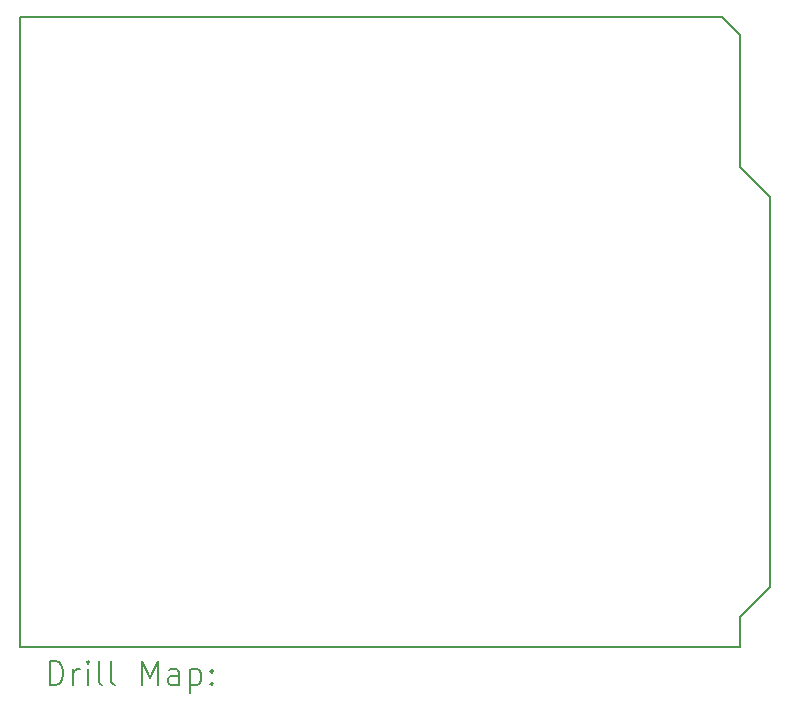
<source format=gbr>
%TF.GenerationSoftware,KiCad,Pcbnew,7.99.0-3924-g53fd1aaf5e*%
%TF.CreationDate,2023-12-12T19:58:42+01:00*%
%TF.ProjectId,xDuinoRailShield,78447569-6e6f-4526-9169-6c536869656c,rev?*%
%TF.SameCoordinates,Original*%
%TF.FileFunction,Drillmap*%
%TF.FilePolarity,Positive*%
%FSLAX45Y45*%
G04 Gerber Fmt 4.5, Leading zero omitted, Abs format (unit mm)*
G04 Created by KiCad (PCBNEW 7.99.0-3924-g53fd1aaf5e) date 2023-12-12 19:58:42*
%MOMM*%
%LPD*%
G01*
G04 APERTURE LIST*
%ADD10C,0.150000*%
%ADD11C,0.200000*%
G04 APERTURE END LIST*
D10*
X16350324Y-4311703D02*
X16196181Y-4157560D01*
X16604000Y-8984000D02*
X16604000Y-5682000D01*
X16196181Y-4157560D02*
X10254000Y-4158000D01*
X16350000Y-9238000D02*
X16604000Y-8984000D01*
X16350000Y-5428000D02*
X16350324Y-4311703D01*
X10254000Y-4158000D02*
X10254000Y-9492000D01*
X16350000Y-9492000D02*
X16350000Y-9238000D01*
X16604000Y-5682000D02*
X16350000Y-5428000D01*
X10254000Y-9492000D02*
X16350000Y-9492000D01*
D11*
X10507277Y-9810984D02*
X10507277Y-9610984D01*
X10507277Y-9610984D02*
X10554896Y-9610984D01*
X10554896Y-9610984D02*
X10583467Y-9620508D01*
X10583467Y-9620508D02*
X10602515Y-9639555D01*
X10602515Y-9639555D02*
X10612039Y-9658603D01*
X10612039Y-9658603D02*
X10621563Y-9696698D01*
X10621563Y-9696698D02*
X10621563Y-9725270D01*
X10621563Y-9725270D02*
X10612039Y-9763365D01*
X10612039Y-9763365D02*
X10602515Y-9782412D01*
X10602515Y-9782412D02*
X10583467Y-9801460D01*
X10583467Y-9801460D02*
X10554896Y-9810984D01*
X10554896Y-9810984D02*
X10507277Y-9810984D01*
X10707277Y-9810984D02*
X10707277Y-9677650D01*
X10707277Y-9715746D02*
X10716801Y-9696698D01*
X10716801Y-9696698D02*
X10726324Y-9687174D01*
X10726324Y-9687174D02*
X10745372Y-9677650D01*
X10745372Y-9677650D02*
X10764420Y-9677650D01*
X10831086Y-9810984D02*
X10831086Y-9677650D01*
X10831086Y-9610984D02*
X10821563Y-9620508D01*
X10821563Y-9620508D02*
X10831086Y-9630031D01*
X10831086Y-9630031D02*
X10840610Y-9620508D01*
X10840610Y-9620508D02*
X10831086Y-9610984D01*
X10831086Y-9610984D02*
X10831086Y-9630031D01*
X10954896Y-9810984D02*
X10935848Y-9801460D01*
X10935848Y-9801460D02*
X10926324Y-9782412D01*
X10926324Y-9782412D02*
X10926324Y-9610984D01*
X11059658Y-9810984D02*
X11040610Y-9801460D01*
X11040610Y-9801460D02*
X11031086Y-9782412D01*
X11031086Y-9782412D02*
X11031086Y-9610984D01*
X11288229Y-9810984D02*
X11288229Y-9610984D01*
X11288229Y-9610984D02*
X11354896Y-9753841D01*
X11354896Y-9753841D02*
X11421562Y-9610984D01*
X11421562Y-9610984D02*
X11421562Y-9810984D01*
X11602515Y-9810984D02*
X11602515Y-9706222D01*
X11602515Y-9706222D02*
X11592991Y-9687174D01*
X11592991Y-9687174D02*
X11573943Y-9677650D01*
X11573943Y-9677650D02*
X11535848Y-9677650D01*
X11535848Y-9677650D02*
X11516801Y-9687174D01*
X11602515Y-9801460D02*
X11583467Y-9810984D01*
X11583467Y-9810984D02*
X11535848Y-9810984D01*
X11535848Y-9810984D02*
X11516801Y-9801460D01*
X11516801Y-9801460D02*
X11507277Y-9782412D01*
X11507277Y-9782412D02*
X11507277Y-9763365D01*
X11507277Y-9763365D02*
X11516801Y-9744317D01*
X11516801Y-9744317D02*
X11535848Y-9734793D01*
X11535848Y-9734793D02*
X11583467Y-9734793D01*
X11583467Y-9734793D02*
X11602515Y-9725270D01*
X11697753Y-9677650D02*
X11697753Y-9877650D01*
X11697753Y-9687174D02*
X11716801Y-9677650D01*
X11716801Y-9677650D02*
X11754896Y-9677650D01*
X11754896Y-9677650D02*
X11773943Y-9687174D01*
X11773943Y-9687174D02*
X11783467Y-9696698D01*
X11783467Y-9696698D02*
X11792991Y-9715746D01*
X11792991Y-9715746D02*
X11792991Y-9772889D01*
X11792991Y-9772889D02*
X11783467Y-9791936D01*
X11783467Y-9791936D02*
X11773943Y-9801460D01*
X11773943Y-9801460D02*
X11754896Y-9810984D01*
X11754896Y-9810984D02*
X11716801Y-9810984D01*
X11716801Y-9810984D02*
X11697753Y-9801460D01*
X11878705Y-9791936D02*
X11888229Y-9801460D01*
X11888229Y-9801460D02*
X11878705Y-9810984D01*
X11878705Y-9810984D02*
X11869182Y-9801460D01*
X11869182Y-9801460D02*
X11878705Y-9791936D01*
X11878705Y-9791936D02*
X11878705Y-9810984D01*
X11878705Y-9687174D02*
X11888229Y-9696698D01*
X11888229Y-9696698D02*
X11878705Y-9706222D01*
X11878705Y-9706222D02*
X11869182Y-9696698D01*
X11869182Y-9696698D02*
X11878705Y-9687174D01*
X11878705Y-9687174D02*
X11878705Y-9706222D01*
M02*

</source>
